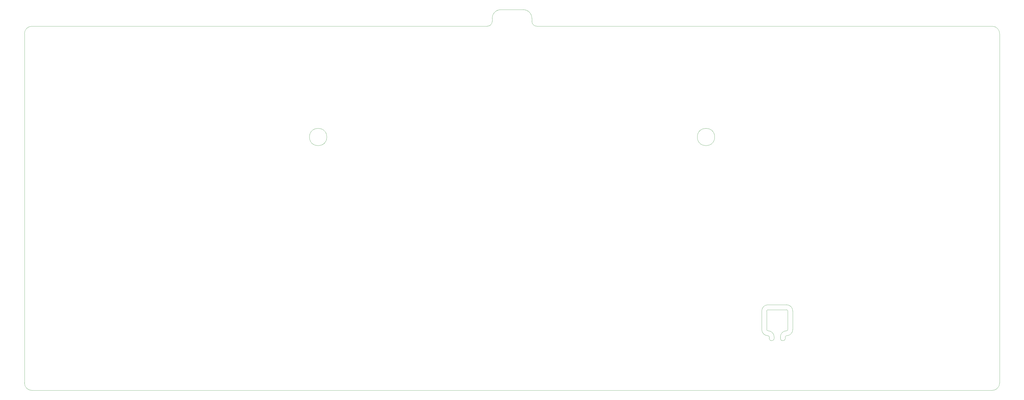
<source format=gbr>
G04 #@! TF.GenerationSoftware,KiCad,Pcbnew,(6.0.0)*
G04 #@! TF.CreationDate,2022-01-14T13:14:56-05:00*
G04 #@! TF.ProjectId,Boston-keyboard-V06-1J,426f7374-6f6e-42d6-9b65-79626f617264,rev?*
G04 #@! TF.SameCoordinates,Original*
G04 #@! TF.FileFunction,Profile,NP*
%FSLAX46Y46*%
G04 Gerber Fmt 4.6, Leading zero omitted, Abs format (unit mm)*
G04 Created by KiCad (PCBNEW (6.0.0)) date 2022-01-14 13:14:56*
%MOMM*%
%LPD*%
G01*
G04 APERTURE LIST*
G04 #@! TA.AperFunction,Profile*
%ADD10C,0.050000*%
G04 #@! TD*
G04 APERTURE END LIST*
D10*
X448475000Y-31000000D02*
G75*
G03*
X445475000Y-28000000I-3000000J0D01*
G01*
X362000000Y-153425000D02*
X362000000Y-153925000D01*
X360000000Y-153425000D02*
X360000000Y-153925000D01*
X355500000Y-153925000D02*
G75*
G03*
X357500000Y-153925000I1000000J0D01*
G01*
X355000000Y-142425000D02*
G75*
G03*
X354500000Y-142925000I0J-500000D01*
G01*
X55000000Y-31000000D02*
X55000000Y-172000000D01*
X354500000Y-150425000D02*
G75*
G03*
X355000000Y-150925000I500000J0D01*
G01*
X259737000Y-24800000D02*
G75*
G03*
X256237000Y-21300000I-3500000J0D01*
G01*
X357500000Y-153925000D02*
X357500000Y-153425000D01*
X333500000Y-72712500D02*
G75*
G03*
X333500000Y-72712500I-3500000J0D01*
G01*
X354500000Y-150425000D02*
X354500000Y-142925000D01*
X177000000Y-72712500D02*
G75*
G03*
X177000000Y-72712500I-3500000J0D01*
G01*
X355500000Y-153925000D02*
X355500000Y-153425000D01*
X355000000Y-142425000D02*
X362500000Y-142425000D01*
X448475000Y-31000000D02*
X448475000Y-172000000D01*
X259737000Y-26000000D02*
G75*
G03*
X261737000Y-28000000I2000000J0D01*
G01*
X365000000Y-142925000D02*
X365000000Y-150425000D01*
X362500000Y-150925000D02*
G75*
G03*
X363000000Y-150425000I0J500000D01*
G01*
X55000000Y-172000000D02*
G75*
G03*
X58000000Y-175000000I3000000J0D01*
G01*
X360000000Y-153925000D02*
G75*
G03*
X362000000Y-153925000I1000000J0D01*
G01*
X362500000Y-152925000D02*
G75*
G03*
X365000000Y-150425000I0J2500000D01*
G01*
X362500000Y-140425000D02*
X355000000Y-140425000D01*
X355500000Y-153425000D02*
G75*
G03*
X355000000Y-152925000I-500000J0D01*
G01*
X362500000Y-150925000D02*
G75*
G03*
X360000000Y-153425000I0J-2500000D01*
G01*
X445475000Y-175000000D02*
G75*
G03*
X448475000Y-172000000I0J3000000D01*
G01*
X363000000Y-142925000D02*
G75*
G03*
X362500000Y-142425000I-500000J0D01*
G01*
X243737000Y-24800000D02*
X243737000Y-26000000D01*
X241737000Y-28000000D02*
G75*
G03*
X243737000Y-26000000I0J2000000D01*
G01*
X241737000Y-28000000D02*
X58000000Y-28000000D01*
X363000000Y-142925000D02*
X363000000Y-150425000D01*
X58000000Y-28000000D02*
G75*
G03*
X55000000Y-31000000I0J-3000000D01*
G01*
X247237000Y-21300000D02*
X256237000Y-21300000D01*
X362500000Y-152925000D02*
G75*
G03*
X362000000Y-153425000I0J-500000D01*
G01*
X445475000Y-175000000D02*
X58000000Y-175000000D01*
X355000000Y-140425000D02*
G75*
G03*
X352500000Y-142925000I0J-2500000D01*
G01*
X357500000Y-153425000D02*
G75*
G03*
X355000000Y-150925000I-2500000J0D01*
G01*
X247237000Y-21300000D02*
G75*
G03*
X243737000Y-24800000I0J-3500000D01*
G01*
X352500000Y-142925000D02*
X352500000Y-150425000D01*
X365000000Y-142925000D02*
G75*
G03*
X362500000Y-140425000I-2500000J0D01*
G01*
X259737000Y-24800000D02*
X259737000Y-26000000D01*
X352500000Y-150425000D02*
G75*
G03*
X355000000Y-152925000I2500000J0D01*
G01*
X261737000Y-28000000D02*
X445475000Y-28000000D01*
M02*

</source>
